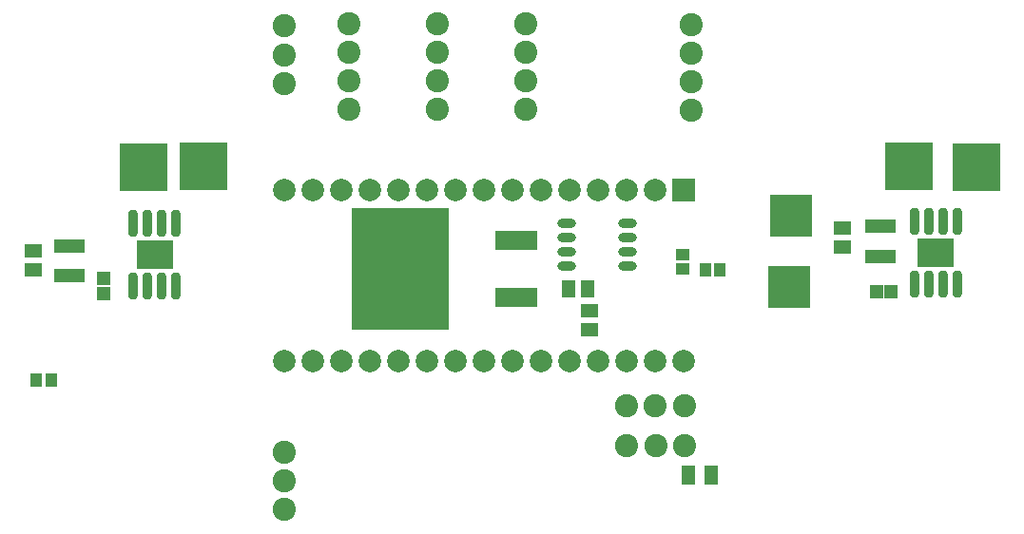
<source format=gbs>
G04*
G04 #@! TF.GenerationSoftware,Altium Limited,Altium Designer,22.5.1 (42)*
G04*
G04 Layer_Color=16711935*
%FSLAX44Y44*%
%MOMM*%
G71*
G04*
G04 #@! TF.SameCoordinates,8C462A5C-675D-4BC4-B2B0-4FF287324B2F*
G04*
G04*
G04 #@! TF.FilePolarity,Negative*
G04*
G01*
G75*
%ADD24R,1.6032X1.2032*%
%ADD25R,1.2032X1.1032*%
%ADD28R,2.0032X2.0032*%
%ADD29C,2.0032*%
%ADD30C,2.0632*%
%ADD49R,3.7032X3.7032*%
G04:AMPARAMS|DCode=50|XSize=2.3532mm|YSize=0.8032mm|CornerRadius=0.2516mm|HoleSize=0mm|Usage=FLASHONLY|Rotation=90.000|XOffset=0mm|YOffset=0mm|HoleType=Round|Shape=RoundedRectangle|*
%AMROUNDEDRECTD50*
21,1,2.3532,0.3000,0,0,90.0*
21,1,1.8500,0.8032,0,0,90.0*
1,1,0.5032,0.1500,0.9250*
1,1,0.5032,0.1500,-0.9250*
1,1,0.5032,-0.1500,-0.9250*
1,1,0.5032,-0.1500,0.9250*
%
%ADD50ROUNDEDRECTD50*%
%ADD51R,3.3032X2.6032*%
%ADD52R,1.3032X1.2032*%
%ADD53R,1.1032X1.2032*%
%ADD54R,4.2032X4.2032*%
%ADD55R,2.8032X1.3032*%
%ADD56R,1.2032X1.3032*%
%ADD57R,1.1532X1.6532*%
%ADD58R,1.2032X1.6032*%
%ADD59O,1.6532X0.8032*%
%ADD60R,3.7032X1.6532*%
%ADD61R,8.7032X10.8532*%
D24*
X1182370Y681990D02*
D03*
Y698990D02*
D03*
X462200Y662060D02*
D03*
Y679060D02*
D03*
X957660Y625720D02*
D03*
Y608720D02*
D03*
D25*
X1040130Y675940D02*
D03*
Y662940D02*
D03*
D28*
X1041400Y732790D02*
D03*
D29*
X1016000D02*
D03*
X990600D02*
D03*
X965200D02*
D03*
X939800D02*
D03*
X914400D02*
D03*
X889000D02*
D03*
X863600D02*
D03*
X838200D02*
D03*
X812800D02*
D03*
X787400D02*
D03*
X762000D02*
D03*
X736600D02*
D03*
X711200D02*
D03*
X685800D02*
D03*
Y580390D02*
D03*
X711200D02*
D03*
X736600D02*
D03*
X762000D02*
D03*
X787400D02*
D03*
X812800D02*
D03*
X838200D02*
D03*
X863600D02*
D03*
X889000D02*
D03*
X914400D02*
D03*
X939800D02*
D03*
X965200D02*
D03*
X990600D02*
D03*
X1016000D02*
D03*
X1041400D02*
D03*
D30*
X1047750Y803910D02*
D03*
Y880110D02*
D03*
Y854710D02*
D03*
Y829310D02*
D03*
X742950Y881330D02*
D03*
Y855930D02*
D03*
Y830530D02*
D03*
Y805130D02*
D03*
X821690Y881330D02*
D03*
Y855930D02*
D03*
Y830530D02*
D03*
Y805130D02*
D03*
X900910Y881330D02*
D03*
Y855930D02*
D03*
Y830530D02*
D03*
Y805130D02*
D03*
X685800Y828040D02*
D03*
Y853690D02*
D03*
Y879340D02*
D03*
X990350Y541020D02*
D03*
X1016000D02*
D03*
X1041650D02*
D03*
X990600Y505460D02*
D03*
X1016250D02*
D03*
X1041900D02*
D03*
X685800Y499610D02*
D03*
Y473960D02*
D03*
Y448310D02*
D03*
D49*
X1135380Y646430D02*
D03*
X1136650Y709930D02*
D03*
D50*
X1247140Y648970D02*
D03*
X1259840D02*
D03*
X1285240D02*
D03*
X1272540D02*
D03*
X1285240Y705470D02*
D03*
X1272490D02*
D03*
X1259740D02*
D03*
X1247140D02*
D03*
X551380Y703890D02*
D03*
X563980D02*
D03*
X576730D02*
D03*
X589480D02*
D03*
X576780Y647390D02*
D03*
X589480D02*
D03*
X564080D02*
D03*
X551380D02*
D03*
D51*
X1265990Y677220D02*
D03*
X570230Y675640D02*
D03*
D52*
X1225700Y642620D02*
D03*
X1212700D02*
D03*
D53*
X464820Y563880D02*
D03*
X477820D02*
D03*
X1073450Y661670D02*
D03*
X1060450D02*
D03*
D54*
X1242060Y754380D02*
D03*
X1301750Y753110D02*
D03*
X613410Y754380D02*
D03*
X560070Y753110D02*
D03*
D55*
X1216660Y700570D02*
D03*
Y673570D02*
D03*
X494030Y683590D02*
D03*
Y656590D02*
D03*
D56*
X524510Y654200D02*
D03*
Y641200D02*
D03*
D57*
X1045530Y478790D02*
D03*
X1065530D02*
D03*
D58*
X955920Y645080D02*
D03*
X938920D02*
D03*
D59*
X991180Y703389D02*
D03*
Y677989D02*
D03*
Y665288D02*
D03*
X936680Y703389D02*
D03*
Y690688D02*
D03*
Y677989D02*
D03*
Y665288D02*
D03*
X991180Y690688D02*
D03*
D60*
X892040Y688340D02*
D03*
Y637540D02*
D03*
D61*
X789040Y662940D02*
D03*
M02*

</source>
